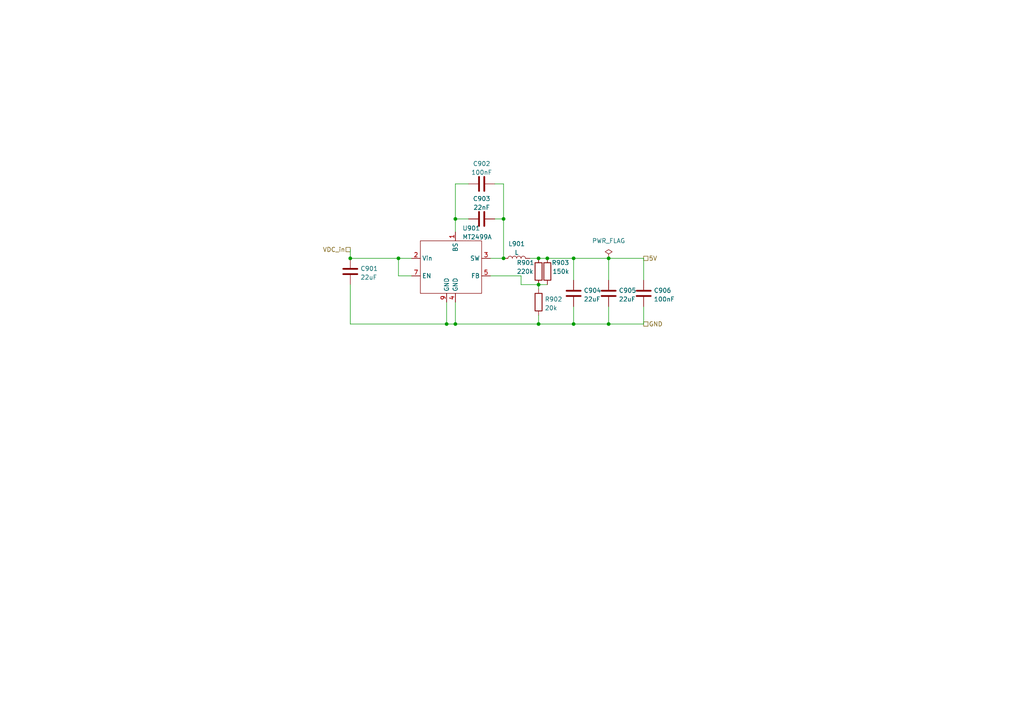
<source format=kicad_sch>
(kicad_sch (version 20230121) (generator eeschema)
  (paper "A4")
  (lib_symbols
    (symbol "Device:C" (pin_numbers hide) (pin_names (offset 0.254))
      (property "Reference" "C" (at 0.635 2.54 0))
      (property "Value" "C" (at 0.635 -2.54 0))
      (symbol "C_0_1"
        (polyline (pts (xy -2.032 -0.762) (xy 2.032 -0.762)) (stroke (width 0.508)))
        (polyline (pts (xy -2.032 0.762) (xy 2.032 0.762)) (stroke (width 0.508)))
      )
      (symbol "C_1_1"
        (pin passive line (at 0 3.81 270) (length 2.794) (name "~") (number "1"))
        (pin passive line (at 0 -3.81 90) (length 2.794) (name "~") (number "2"))
      )
    )
    (symbol "Device:L" (pin_numbers hide) (pin_names (offset 1.016) hide)
      (property "Reference" "L" (at -1.27 0 90))
      (property "Value" "L" (at 1.905 0 90))
      (symbol "L_0_1"
        (arc (start 0 -2.54) (mid 0.6323 -1.905) (end 0 -1.27))
        (arc (start 0 -1.27) (mid 0.6323 -0.635) (end 0 0))
        (arc (start 0 0) (mid 0.6323 0.635) (end 0 1.27))
        (arc (start 0 1.27) (mid 0.6323 1.905) (end 0 2.54))
      )
      (symbol "L_1_1"
        (pin passive line (at 0 3.81 270) (length 1.27) (name "1") (number "1"))
        (pin passive line (at 0 -3.81 90) (length 1.27) (name "2") (number "2"))
      )
    )
    (symbol "Device:R" (pin_numbers hide) (pin_names (offset 0))
      (property "Reference" "R" (at 2.032 0 90))
      (property "Value" "R" (at 0 0 90))
      (symbol "R_0_1"
        (rectangle (start -1.016 -2.54) (end 1.016 2.54) (stroke (width 0.254)))
      )
      (symbol "R_1_1"
        (pin passive line (at 0 3.81 270) (length 1.27) (name "~") (number "1"))
        (pin passive line (at 0 -3.81 90) (length 1.27) (name "~") (number "2"))
      )
    )
    (symbol "custom_kicad_lib_sk:MT499A"
      (property "Reference" "U1" (at 2.0194 9.999 0))
      (property "Value" "MT499A" (at 2.0194 7.4621 0))
      (symbol "MT499A_0_1"
        (rectangle (start -10.16 6.35) (end 7.62 -8.89) (stroke (width 0.1524)))
      )
      (symbol "MT499A_1_1"
        (pin input line (at 0 8.89 270) (length 2.54) (name "BS") (number "1"))
        (pin power_in line (at -12.7 1.27 0) (length 2.54) (name "Vin") (number "2"))
        (pin input line (at 10.16 1.27 180) (length 2.54) (name "SW") (number "3"))
        (pin power_in line (at 0 -11.43 90) (length 2.54) (name "GND") (number "4"))
        (pin input line (at 10.16 -3.81 180) (length 2.54) (name "FB") (number "5"))
        (pin no_connect line (at 8.89 -11.43 180) (length 2.54) hide (name "NC") (number "6"))
        (pin input line (at -12.7 -3.81 0) (length 2.54) (name "EN") (number "7"))
        (pin no_connect line (at 8.89 -13.97 180) (length 2.54) hide (name "NC") (number "8"))
        (pin input line (at -2.54 -11.43 90) (length 2.54) (name "GND") (number "9"))
      )
    )
    (symbol "power:PWR_FLAG" (power) (pin_numbers hide) (pin_names (offset 0) hide)
      (property "Value" "PWR_FLAG" (at 0 3.81 0))
      (symbol "PWR_FLAG_0_0"
        (pin power_out line (at 0 0 90) (length 0) (name "pwr") (number "1"))
      )
      (symbol "PWR_FLAG_0_1"
        (polyline (pts (xy 0 0) (xy 0 1.27) (xy -1.016 1.905) (xy 0 2.54) (xy 1.016 1.905) (xy 0 1.27)))
      )
    )
  )
  (junction (at 101.6 74.93))
  (junction (at 176.53 93.98))
  (junction (at 176.53 74.93))
  (junction (at 166.37 74.93))
  (junction (at 115.57 74.93))
  (junction (at 158.75 74.93))
  (junction (at 146.05 74.93))
  (junction (at 156.21 82.55))
  (junction (at 156.21 74.93))
  (junction (at 129.54 93.98))
  (junction (at 156.21 93.98))
  (junction (at 146.05 63.5))
  (junction (at 166.37 93.98))
  (junction (at 132.08 63.5))
  (junction (at 132.08 93.98))
  (wire (pts (xy 115.57 74.93) (xy 119.38 74.93)))
  (wire (pts (xy 156.21 93.98) (xy 156.21 91.44)))
  (wire (pts (xy 166.37 93.98) (xy 156.21 93.98)))
  (wire (pts (xy 158.75 74.93) (xy 166.37 74.93)))
  (wire (pts (xy 129.54 87.63) (xy 129.54 93.98)))
  (wire (pts (xy 129.54 93.98) (xy 101.6 93.98)))
  (wire (pts (xy 156.21 82.55) (xy 156.21 83.82)))
  (wire (pts (xy 156.21 74.93) (xy 158.75 74.93)))
  (wire (pts (xy 101.6 74.93) (xy 115.57 74.93)))
  (wire (pts (xy 176.53 88.9) (xy 176.53 93.98)))
  (wire (pts (xy 166.37 74.93) (xy 176.53 74.93)))
  (wire (pts (xy 176.53 93.98) (xy 166.37 93.98)))
  (wire (pts (xy 132.08 93.98) (xy 129.54 93.98)))
  (wire (pts (xy 176.53 74.93) (xy 186.69 74.93)))
  (wire (pts (xy 156.21 93.98) (xy 132.08 93.98)))
  (wire (pts (xy 151.13 80.01) (xy 151.13 82.55)))
  (wire (pts (xy 135.89 53.34) (xy 132.08 53.34)))
  (wire (pts (xy 142.24 74.93) (xy 146.05 74.93)))
  (wire (pts (xy 153.67 74.93) (xy 156.21 74.93)))
  (wire (pts (xy 146.05 63.5) (xy 146.05 53.34)))
  (wire (pts (xy 176.53 74.93) (xy 176.53 81.28)))
  (wire (pts (xy 132.08 53.34) (xy 132.08 63.5)))
  (wire (pts (xy 115.57 74.93) (xy 115.57 80.01)))
  (wire (pts (xy 146.05 53.34) (xy 143.51 53.34)))
  (wire (pts (xy 186.69 88.9) (xy 186.69 93.98)))
  (wire (pts (xy 146.05 74.93) (xy 146.05 63.5)))
  (wire (pts (xy 166.37 88.9) (xy 166.37 93.98)))
  (wire (pts (xy 101.6 93.98) (xy 101.6 82.55)))
  (wire (pts (xy 166.37 81.28) (xy 166.37 74.93)))
  (wire (pts (xy 132.08 93.98) (xy 132.08 87.63)))
  (wire (pts (xy 186.69 81.28) (xy 186.69 74.93)))
  (wire (pts (xy 132.08 63.5) (xy 135.89 63.5)))
  (wire (pts (xy 119.38 80.01) (xy 115.57 80.01)))
  (wire (pts (xy 156.21 82.55) (xy 158.75 82.55)))
  (wire (pts (xy 101.6 72.39) (xy 101.6 74.93)))
  (wire (pts (xy 186.69 93.98) (xy 176.53 93.98)))
  (wire (pts (xy 151.13 82.55) (xy 156.21 82.55)))
  (wire (pts (xy 132.08 63.5) (xy 132.08 67.31)))
  (wire (pts (xy 146.05 63.5) (xy 143.51 63.5)))
  (wire (pts (xy 142.24 80.01) (xy 151.13 80.01)))
  (hierarchical_label "5V" (shape passive) (at 186.69 74.93 0))
  (hierarchical_label "GND" (shape passive) (at 186.69 93.98 0))
  (hierarchical_label "VDC_in" (shape passive) (at 101.6 72.39 180))
  (symbol (lib_id "Device:R") (at 158.75 78.74 180) (unit 1)
    (property "Reference" "R903" (at 165.1 76.2 0) (effects (justify left)))
    (property "Value" "150k" (at 165.1 78.74 0) (effects (justify left)))
    (property "Footprint" "Resistor_SMD:R_0603_1608Metric" (effects hide))
    (property "JLCPCB Part#" "C22807" (effects hide))
    (instances (project "OS-servoDriver" (path "" (reference "R903") (unit 1))) (project "buck_5V" (path "" (reference "R903") (unit 1))) (project "general_schematics" (path "" (reference "R1503") (unit 1))))
  )
  (symbol (lib_id "Device:C") (at 139.7 53.34 90) (unit 1)
    (property "Reference" "C902" (at 139.7 47.4812 90))
    (property "Value" "100nF" (at 139.7 50.0181 90))
    (property "Footprint" "Capacitor_SMD:C_0402_1005Metric" (effects hide))
    (property "JLCPCB Part#" "C307331" (effects hide))
    (instances (project "OS-servoDriver" (path "" (reference "C902") (unit 1))) (project "buck_5V" (path "" (reference "C902") (unit 1))) (project "general_schematics" (path "" (reference "C1502") (unit 1))))
  )
  (symbol (lib_id "Device:C") (at 139.7 63.5 90) (unit 1)
    (property "Reference" "C903" (at 139.7 57.6412 90))
    (property "Value" "22nF" (at 139.7 60.1781 90))
    (property "Footprint" "Capacitor_SMD:C_0402_1005Metric" (effects hide))
    (property "JLCPCB Part#" "C1532" (effects hide))
    (instances (project "OS-servoDriver" (path "" (reference "C903") (unit 1))) (project "buck_5V" (path "" (reference "C903") (unit 1))) (project "general_schematics" (path "" (reference "C1503") (unit 1))))
  )
  (symbol (lib_id "Device:L") (at 149.86 74.93 90) (unit 1)
    (property "Reference" "L901" (at 149.86 70.7222 90))
    (property "Value" "L" (at 149.86 73.2591 90))
    (property "Footprint" "Inductor_SMD:L_Bourns-SRU8028_8.0x8.0mm" (effects hide))
    (property "JLCPCB Part#" "C92945" (effects hide))
    (instances (project "OS-servoDriver" (path "" (reference "L901") (unit 1))) (project "buck_5V" (path "" (reference "L901") (unit 1))) (project "general_schematics" (path "" (reference "L1501") (unit 1))))
  )
  (symbol (lib_id "Device:C") (at 176.53 85.09 0) (unit 1)
    (property "Reference" "C905" (at 179.451 84.2553 0) (effects (justify left)))
    (property "Value" "22uF" (at 179.451 86.7922 0) (effects (justify left)))
    (property "Footprint" "Capacitor_SMD:C_0603_1608Metric" (effects hide))
    (property "JLCPCB Part#" "C45783" (effects hide))
    (instances (project "OS-servoDriver" (path "" (reference "C905") (unit 1))) (project "buck_5V" (path "" (reference "C905") (unit 1))) (project "general_schematics" (path "" (reference "C1505") (unit 1))))
  )
  (symbol (lib_id "Device:C") (at 101.6 78.74 0) (unit 1)
    (property "Reference" "C901" (at 104.521 77.9053 0) (effects (justify left)))
    (property "Value" "22uF" (at 104.521 80.4422 0) (effects (justify left)))
    (property "Footprint" "Capacitor_SMD:C_0603_1608Metric" (effects hide))
    (property "JLCPCB Part#" "C45783" (effects hide))
    (instances (project "OS-servoDriver" (path "" (reference "C901") (unit 1))) (project "buck_5V" (path "" (reference "C901") (unit 1))) (project "general_schematics" (path "" (reference "C1501") (unit 1))))
  )
  (symbol (lib_id "Device:R") (at 156.21 87.63 0) (unit 1)
    (property "Reference" "R902" (at 157.988 86.7953 0) (effects (justify left)))
    (property "Value" "20k" (at 157.988 89.3322 0) (effects (justify left)))
    (property "Footprint" "Resistor_SMD:R_0603_1608Metric" (effects hide))
    (property "JLCPCB Part#" "C4328" (effects hide))
    (instances (project "OS-servoDriver" (path "" (reference "R902") (unit 1))) (project "buck_5V" (path "" (reference "R902") (unit 1))) (project "general_schematics" (path "" (reference "R1502") (unit 1))))
  )
  (symbol (lib_id "custom_kicad_lib_sk:MT499A") (at 132.08 76.2 0) (unit 1)
    (property "Reference" "U901" (at 134.0994 66.201 0) (effects (justify left)))
    (property "Value" "MT2499A" (at 134.0994 68.7379 0) (effects (justify left)))
    (property "Footprint" "Package_SO:TI_SO-PowerPAD-8" (effects hide))
    (property "Datasheet" "https://datasheet.lcsc.com/lcsc/2205121200_XI-AN-Aerosemi-Tech-MT2499A_C3007555.pdf" (effects hide))
    (property "JLCPCB Part#" "C3007555" (effects hide))
    (instances (project "OS-servoDriver" (path "" (reference "U901") (unit 1))) (project "buck_5V" (path "" (reference "U901") (unit 1))) (project "general_schematics" (path "" (reference "U1501") (unit 1))))
  )
  (symbol (lib_id "Device:C") (at 166.37 85.09 0) (unit 1)
    (property "Reference" "C904" (at 169.291 84.2553 0) (effects (justify left)))
    (property "Value" "22uF" (at 169.291 86.7922 0) (effects (justify left)))
    (property "Footprint" "Capacitor_SMD:C_0603_1608Metric" (effects hide))
    (property "JLCPCB Part#" "C45783" (effects hide))
    (instances (project "OS-servoDriver" (path "" (reference "C904") (unit 1))) (project "buck_5V" (path "" (reference "C904") (unit 1))) (project "general_schematics" (path "" (reference "C1504") (unit 1))))
  )
  (symbol (lib_id "Device:R") (at 156.21 78.74 0) (unit 1)
    (property "Reference" "R901" (at 149.86 76.2 0) (effects (justify left)))
    (property "Value" "220k" (at 149.86 78.74 0) (effects (justify left)))
    (property "Footprint" "Resistor_SMD:R_0603_1608Metric" (effects hide))
    (property "JLCPCB Part#" "C22961" (effects hide))
    (instances (project "OS-servoDriver" (path "" (reference "R901") (unit 1))) (project "buck_5V" (path "" (reference "R901") (unit 1))) (project "general_schematics" (path "" (reference "R1501") (unit 1))))
  )
  (symbol (lib_id "power:PWR_FLAG") (at 176.53 74.93 0) (unit 1)
    (property "Reference" "#FLG01101" (effects hide))
    (property "Value" "PWR_FLAG" (at 176.53 69.85 0))
    (instances (project "OS-servoDriver" (path "" (reference "#FLG01101") (unit 1)) (path "" (reference "#FLG0501") (unit 1))))
  )
  (symbol (lib_id "Device:C") (at 186.69 85.09 0) (unit 1)
    (property "Reference" "C906" (at 189.611 84.2553 0) (effects (justify left)))
    (property "Value" "100nF" (at 189.611 86.7922 0) (effects (justify left)))
    (property "Footprint" "Capacitor_SMD:C_0402_1005Metric" (effects hide))
    (property "JLCPCB Part#" "C307331" (effects hide))
    (instances (project "OS-servoDriver" (path "" (reference "C906") (unit 1))) (project "buck_5V" (path "" (reference "C906") (unit 1))) (project "general_schematics" (path "" (reference "C1506") (unit 1))))
  )
)
</source>
